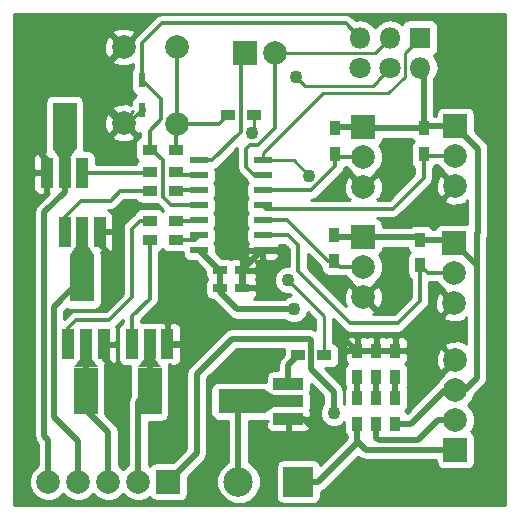
<source format=gbl>
G04 #@! TF.FileFunction,Copper,L2,Bot,Signal*
%FSLAX46Y46*%
G04 Gerber Fmt 4.6, Leading zero omitted, Abs format (unit mm)*
G04 Created by KiCad (PCBNEW 4.0.4+dfsg1-stable) date Sun Feb  5 16:49:06 2017*
%MOMM*%
%LPD*%
G01*
G04 APERTURE LIST*
%ADD10C,0.100000*%
%ADD11R,1.200000X0.750000*%
%ADD12R,0.600000X1.300000*%
%ADD13R,0.900000X1.200000*%
%ADD14R,1.500000X0.600000*%
%ADD15R,2.000000X2.000000*%
%ADD16C,2.000000*%
%ADD17R,1.800000X1.800000*%
%ADD18O,1.800000X1.800000*%
%ADD19C,1.800000*%
%ADD20R,2.500000X2.500000*%
%ADD21C,2.500000*%
%ADD22R,1.000760X2.501900*%
%ADD23R,1.998980X4.000500*%
%ADD24R,2.501900X1.000760*%
%ADD25R,4.000500X1.998980*%
%ADD26R,1.200000X0.900000*%
%ADD27C,1.100000*%
%ADD28C,0.500000*%
%ADD29C,0.250000*%
%ADD30C,0.300000*%
%ADD31C,0.254000*%
G04 APERTURE END LIST*
D10*
D11*
X18150000Y19100000D03*
X20050000Y19100000D03*
X18150000Y20600000D03*
X20050000Y20600000D03*
D12*
X11600000Y34200000D03*
X11600000Y36700000D03*
D13*
X33000000Y13800000D03*
X33000000Y11600000D03*
X31400000Y13800000D03*
X31400000Y11600000D03*
X29800000Y13800000D03*
X29800000Y11600000D03*
D14*
X16400000Y22290000D03*
X16400000Y23560000D03*
X16400000Y24830000D03*
X16400000Y26100000D03*
X16400000Y27370000D03*
X16400000Y28640000D03*
X16400000Y29910000D03*
X21800000Y29910000D03*
X21800000Y28640000D03*
X21800000Y27370000D03*
X21800000Y26100000D03*
X21800000Y24830000D03*
X21800000Y23560000D03*
X21800000Y22290000D03*
D15*
X20300000Y39000000D03*
D16*
X22840000Y39000000D03*
D17*
X35100000Y40300000D03*
D18*
X35100000Y37760000D03*
X32560000Y40300000D03*
D19*
X32560000Y37760000D03*
D18*
X30020000Y40300000D03*
D19*
X30020000Y37760000D03*
D15*
X30300000Y23400000D03*
D16*
X30300000Y20860000D03*
X30300000Y18320000D03*
D15*
X38000000Y22900000D03*
D16*
X38000000Y20360000D03*
X38000000Y17820000D03*
D15*
X30300000Y32700000D03*
D16*
X30300000Y30160000D03*
X30300000Y27620000D03*
D15*
X38100000Y32800000D03*
D16*
X38100000Y30260000D03*
X38100000Y27720000D03*
D20*
X24800000Y2700000D03*
D21*
X19720000Y2700000D03*
D15*
X13800000Y2700000D03*
D16*
X11260000Y2700000D03*
X8720000Y2700000D03*
X6180000Y2700000D03*
X3640000Y2700000D03*
D22*
X10698860Y14352040D03*
X12200000Y14352040D03*
X13701140Y14352040D03*
D23*
X12200000Y10399800D03*
D10*
G36*
X12700380Y13123950D02*
X13200760Y12374650D01*
X11199240Y12374650D01*
X11699620Y13123950D01*
X12700380Y13123950D01*
X12700380Y13123950D01*
G37*
D24*
X23952040Y11001140D03*
X23952040Y9500000D03*
X23952040Y7998860D03*
D25*
X19999800Y9500000D03*
D10*
G36*
X22723950Y8999620D02*
X21974650Y8499240D01*
X21974650Y10500760D01*
X22723950Y10000380D01*
X22723950Y8999620D01*
X22723950Y8999620D01*
G37*
D22*
X5298860Y14352040D03*
X6800000Y14352040D03*
X8301140Y14352040D03*
D23*
X6800000Y10399800D03*
D10*
G36*
X7300380Y13123950D02*
X7800760Y12374650D01*
X5799240Y12374650D01*
X6299620Y13123950D01*
X7300380Y13123950D01*
X7300380Y13123950D01*
G37*
D22*
X4998860Y23852040D03*
X6500000Y23852040D03*
X8001140Y23852040D03*
D23*
X6500000Y19899800D03*
D10*
G36*
X7000380Y22623950D02*
X7500760Y21874650D01*
X5499240Y21874650D01*
X5999620Y22623950D01*
X7000380Y22623950D01*
X7000380Y22623950D01*
G37*
D22*
X6501140Y28847960D03*
X5000000Y28847960D03*
X3498860Y28847960D03*
D23*
X5000000Y32800200D03*
D10*
G36*
X4499620Y30076050D02*
X3999240Y30825350D01*
X6000760Y30825350D01*
X5500380Y30076050D01*
X4499620Y30076050D01*
X4499620Y30076050D01*
G37*
D13*
X33000000Y7600000D03*
X33000000Y9800000D03*
X31400000Y7600000D03*
X31400000Y9800000D03*
X29800000Y7600000D03*
X29800000Y9800000D03*
D26*
X14400000Y30800000D03*
X12200000Y30800000D03*
X18800000Y33700000D03*
X21000000Y33700000D03*
D13*
X27800000Y21400000D03*
X27800000Y23600000D03*
X35100000Y21000000D03*
X35100000Y23200000D03*
X27900000Y30400000D03*
X27900000Y32600000D03*
X35400000Y30400000D03*
X35400000Y32600000D03*
D26*
X12200000Y23200000D03*
X14400000Y23200000D03*
X24800000Y13400000D03*
X27000000Y13400000D03*
X12200000Y24800000D03*
X14400000Y24800000D03*
X12200000Y27300000D03*
X14400000Y27300000D03*
X12200000Y28900000D03*
X14400000Y28900000D03*
D15*
X38100000Y5400000D03*
D16*
X38100000Y7940000D03*
X38100000Y10480000D03*
X38100000Y13020000D03*
X14497900Y32998800D03*
X14497900Y39501200D03*
X10002100Y33075000D03*
X10002100Y39501200D03*
D27*
X24400000Y17300000D03*
X20900000Y32200000D03*
X15500000Y14400000D03*
X9300000Y10800000D03*
X9300000Y21500000D03*
X6500000Y36200000D03*
X23600000Y22200000D03*
X28400000Y15100000D03*
X26200000Y7100000D03*
X24600000Y37000000D03*
X25700000Y28600000D03*
X23900000Y19800000D03*
X27800000Y8500000D03*
D28*
X18150000Y19100000D02*
X18150000Y18750000D01*
X18150000Y18750000D02*
X19600000Y17300000D01*
X19600000Y17300000D02*
X24400000Y17300000D01*
X30300000Y23400000D02*
X28000000Y23400000D01*
X28000000Y23400000D02*
X27800000Y23600000D01*
D29*
X21000000Y32300000D02*
X21000000Y33700000D01*
X20900000Y32200000D02*
X21000000Y32300000D01*
D28*
X35400000Y32600000D02*
X35400000Y37460000D01*
X35400000Y37460000D02*
X35100000Y37760000D01*
D30*
X35400000Y37460000D02*
X35100000Y37760000D01*
D28*
X18150000Y20600000D02*
X18090000Y20600000D01*
X18090000Y20600000D02*
X16400000Y22290000D01*
X18150000Y19100000D02*
X18150000Y20600000D01*
X30300000Y32700000D02*
X28000000Y32700000D01*
X28000000Y32700000D02*
X27900000Y32600000D01*
X35400000Y32600000D02*
X30400000Y32600000D01*
X30400000Y32600000D02*
X30300000Y32700000D01*
X38100000Y32800000D02*
X35600000Y32800000D01*
X35600000Y32800000D02*
X35400000Y32600000D01*
X39900000Y21000000D02*
X39900000Y23700000D01*
X40000000Y30900000D02*
X38100000Y32800000D01*
X40000000Y23800000D02*
X40000000Y30900000D01*
X39900000Y23700000D02*
X40000000Y23800000D01*
X28000000Y23400000D02*
X27800000Y23600000D01*
X35100000Y23200000D02*
X37700000Y23200000D01*
X37700000Y23200000D02*
X38000000Y22900000D01*
X30300000Y23400000D02*
X34900000Y23400000D01*
X34900000Y23400000D02*
X35100000Y23200000D01*
X38100000Y10480000D02*
X38880000Y10480000D01*
X38880000Y10480000D02*
X39900000Y11500000D01*
X39900000Y21000000D02*
X38000000Y22900000D01*
X39900000Y11500000D02*
X39900000Y21000000D01*
X38100000Y10480000D02*
X37180000Y10480000D01*
X37180000Y10480000D02*
X34300000Y7600000D01*
X34300000Y7600000D02*
X33000000Y7600000D01*
D30*
X6500000Y36200000D02*
X6700900Y36200000D01*
X6700900Y36200000D02*
X10002100Y39501200D01*
X10002100Y33075000D02*
X9625000Y33075000D01*
X9625000Y33075000D02*
X6500000Y36200000D01*
X10002100Y33075000D02*
X10475000Y33075000D01*
X10475000Y33075000D02*
X11600000Y34200000D01*
X10002100Y39425000D02*
X9725000Y39425000D01*
X10002100Y32998800D02*
X9701200Y32998800D01*
D28*
X13701140Y14352040D02*
X15452040Y14352040D01*
X15452040Y14352040D02*
X15500000Y14400000D01*
X8301140Y14352040D02*
X8301140Y13198860D01*
X8301140Y13198860D02*
X9300000Y12200000D01*
X9300000Y12200000D02*
X9300000Y10800000D01*
X8001140Y23852040D02*
X8001140Y22798860D01*
X8001140Y22798860D02*
X9300000Y21500000D01*
X4450000Y36550000D02*
X6150000Y36550000D01*
X6150000Y36550000D02*
X6500000Y36200000D01*
X3498860Y28847960D02*
X3498860Y29901140D01*
X3498860Y29901140D02*
X3000000Y30400000D01*
X3000000Y30400000D02*
X3000000Y35100000D01*
X3000000Y35100000D02*
X4450000Y36550000D01*
X21800000Y22290000D02*
X23510000Y22290000D01*
X23510000Y22290000D02*
X23600000Y22200000D01*
X20050000Y20600000D02*
X20050000Y19100000D01*
X21800000Y22290000D02*
X21740000Y22290000D01*
X21740000Y22290000D02*
X20050000Y20600000D01*
X29800000Y13800000D02*
X29700000Y13800000D01*
X29700000Y13800000D02*
X28400000Y15100000D01*
X31400000Y13800000D02*
X33000000Y13800000D01*
X29800000Y13800000D02*
X31400000Y13800000D01*
X23952040Y7998860D02*
X25301140Y7998860D01*
X25301140Y7998860D02*
X26200000Y7100000D01*
D30*
X11600000Y38100000D02*
X11600000Y39850000D01*
X11600000Y36700000D02*
X11600000Y38100000D01*
X28820000Y41500000D02*
X30020000Y40300000D01*
X13250000Y41500000D02*
X28820000Y41500000D01*
X11600000Y39850000D02*
X13250000Y41500000D01*
X29620000Y40700000D02*
X30020000Y40300000D01*
X12200000Y30800000D02*
X12200000Y32400000D01*
X13200000Y35100000D02*
X11600000Y36700000D01*
X13200000Y33400000D02*
X13200000Y35100000D01*
X12200000Y32400000D02*
X13200000Y33400000D01*
X16400000Y26100000D02*
X14000000Y26100000D01*
X13300000Y29900000D02*
X12400000Y30800000D01*
X13300000Y26800000D02*
X13300000Y29900000D01*
X14000000Y26100000D02*
X13300000Y26800000D01*
X12400000Y30800000D02*
X12200000Y30800000D01*
D28*
X33000000Y9800000D02*
X33000000Y11600000D01*
X31400000Y9800000D02*
X31400000Y11600000D01*
X29800000Y9800000D02*
X29800000Y11600000D01*
D30*
X14400000Y24800000D02*
X16370000Y24800000D01*
X16370000Y24800000D02*
X16400000Y24830000D01*
X16400000Y27370000D02*
X14470000Y27370000D01*
X14470000Y27370000D02*
X14400000Y27300000D01*
X16400000Y28640000D02*
X14660000Y28640000D01*
X14660000Y28640000D02*
X14400000Y28900000D01*
X14400000Y23200000D02*
X16040000Y23200000D01*
X16040000Y23200000D02*
X16400000Y23560000D01*
D29*
X32560000Y37760000D02*
X31500000Y36700000D01*
X25400000Y36200000D02*
X24600000Y37000000D01*
X31100000Y36200000D02*
X25400000Y36200000D01*
X31500000Y36600000D02*
X31100000Y36200000D01*
X31500000Y36700000D02*
X31500000Y36600000D01*
D30*
X16400000Y29910000D02*
X17510000Y29910000D01*
X19900000Y32300000D02*
X19900000Y38600000D01*
X17510000Y29910000D02*
X19900000Y32300000D01*
X19900000Y38600000D02*
X20300000Y39000000D01*
D29*
X27000000Y13400000D02*
X27000000Y16700000D01*
X24390000Y29910000D02*
X21800000Y29910000D01*
X25700000Y28600000D02*
X24390000Y29910000D01*
X27000000Y16700000D02*
X23900000Y19800000D01*
X21800000Y29910000D02*
X21800000Y30500000D01*
X33800000Y39000000D02*
X35100000Y40300000D01*
X33800000Y37000000D02*
X33800000Y39000000D01*
X32400000Y35600000D02*
X33800000Y37000000D01*
X26900000Y35600000D02*
X32400000Y35600000D01*
X21800000Y30500000D02*
X26900000Y35600000D01*
X32560000Y40300000D02*
X32560000Y40260000D01*
X32560000Y40260000D02*
X31300000Y39000000D01*
X31300000Y39000000D02*
X22840000Y39000000D01*
D30*
X22840000Y39000000D02*
X22840000Y32640000D01*
X20400000Y29300000D02*
X21060000Y28640000D01*
X20400000Y30900000D02*
X20400000Y29300000D01*
X20700000Y31200000D02*
X20400000Y30900000D01*
X21400000Y31200000D02*
X20700000Y31200000D01*
X22840000Y32640000D02*
X21400000Y31200000D01*
X21060000Y28640000D02*
X21800000Y28640000D01*
X27900000Y30400000D02*
X27900000Y29400000D01*
X25870000Y27370000D02*
X21800000Y27370000D01*
X27900000Y29400000D02*
X25870000Y27370000D01*
X30300000Y30160000D02*
X28140000Y30160000D01*
X28140000Y30160000D02*
X27900000Y30400000D01*
X35400000Y30400000D02*
X35400000Y28400000D01*
X32800000Y25800000D02*
X22100000Y25800000D01*
X35400000Y28400000D02*
X32800000Y25800000D01*
X22100000Y25800000D02*
X21800000Y26100000D01*
X38100000Y30260000D02*
X35540000Y30260000D01*
X35540000Y30260000D02*
X35400000Y30400000D01*
X27800000Y21400000D02*
X27300000Y21400000D01*
X23870000Y24830000D02*
X21800000Y24830000D01*
X27300000Y21400000D02*
X23870000Y24830000D01*
X30300000Y20860000D02*
X28340000Y20860000D01*
X28340000Y20860000D02*
X27800000Y21400000D01*
X35100000Y21000000D02*
X35100000Y18000000D01*
X23940000Y23560000D02*
X21800000Y23560000D01*
X24800000Y22700000D02*
X23940000Y23560000D01*
X24800000Y20500000D02*
X24800000Y22700000D01*
X29200000Y16100000D02*
X24800000Y20500000D01*
X33200000Y16100000D02*
X29200000Y16100000D01*
X35100000Y18000000D02*
X33200000Y16100000D01*
X38000000Y20360000D02*
X35740000Y20360000D01*
X35740000Y20360000D02*
X35100000Y21000000D01*
D28*
X24800000Y2700000D02*
X26500000Y2700000D01*
X29800000Y6000000D02*
X29800000Y6100000D01*
X26500000Y2700000D02*
X29800000Y6000000D01*
X38100000Y5400000D02*
X30500000Y5400000D01*
X29800000Y6100000D02*
X29800000Y7600000D01*
X30500000Y5400000D02*
X29800000Y6100000D01*
X22349300Y9500000D02*
X19999800Y9500000D01*
X23952040Y9500000D02*
X22349300Y9500000D01*
X19720000Y2700000D02*
X19720000Y9220200D01*
X19720000Y9220200D02*
X19999800Y9500000D01*
X27800000Y8500000D02*
X27800000Y10300000D01*
X16200000Y5100000D02*
X13800000Y2700000D01*
X16200000Y11800000D02*
X16200000Y5100000D01*
X19200000Y14800000D02*
X16200000Y11800000D01*
X25800000Y14800000D02*
X19200000Y14800000D01*
X25900000Y14700000D02*
X25800000Y14800000D01*
X25900000Y12200000D02*
X25900000Y14700000D01*
X27800000Y10300000D02*
X25900000Y12200000D01*
X38100000Y7940000D02*
X36640000Y7940000D01*
X31400000Y6400000D02*
X31400000Y7600000D01*
X31600000Y6200000D02*
X31400000Y6400000D01*
X34900000Y6200000D02*
X31600000Y6200000D01*
X36640000Y7940000D02*
X34900000Y6200000D01*
X12200000Y12749300D02*
X12200000Y14352040D01*
X12200000Y10399800D02*
X12200000Y12749300D01*
X11260000Y2700000D02*
X11260000Y9459800D01*
X11260000Y9459800D02*
X12200000Y10399800D01*
X6800000Y12749300D02*
X6800000Y14352040D01*
X6800000Y12749300D02*
X6800000Y10399800D01*
X8720000Y2700000D02*
X8720000Y6880000D01*
X8720000Y6880000D02*
X6800000Y8800000D01*
X6800000Y8800000D02*
X6800000Y10399800D01*
X6500000Y22249300D02*
X6500000Y23852040D01*
X6500000Y19899800D02*
X6500000Y22249300D01*
X6180000Y2700000D02*
X6180000Y6120000D01*
X4100000Y17499800D02*
X6500000Y19899800D01*
X4100000Y8200000D02*
X4100000Y17499800D01*
X6180000Y6120000D02*
X4100000Y8200000D01*
X5000000Y30450700D02*
X5000000Y32800200D01*
X5000000Y28847960D02*
X5000000Y30450700D01*
X3300000Y6600000D02*
X3300000Y25500000D01*
X5000000Y27200000D02*
X5000000Y28847960D01*
X3300000Y25500000D02*
X5000000Y27200000D01*
X5000000Y31949300D02*
X5000000Y33552040D01*
X5000000Y29599800D02*
X5000000Y31949300D01*
X3640000Y2700000D02*
X3640000Y6260000D01*
X3640000Y6260000D02*
X3300000Y6600000D01*
X3300000Y6600000D02*
X3300000Y6600000D01*
D30*
X10698860Y14352040D02*
X10698860Y16698860D01*
X12200000Y18200000D02*
X12200000Y23200000D01*
X10698860Y16698860D02*
X12200000Y18200000D01*
D28*
X23952040Y11001140D02*
X23952040Y12552040D01*
X23952040Y12552040D02*
X24800000Y13400000D01*
D30*
X5298860Y14352040D02*
X5298860Y15698860D01*
X11400000Y24800000D02*
X12200000Y24800000D01*
X10700000Y24100000D02*
X11400000Y24800000D01*
X10700000Y18300000D02*
X10700000Y24100000D01*
X8800000Y16400000D02*
X10700000Y18300000D01*
X6000000Y16400000D02*
X8800000Y16400000D01*
X5298860Y15698860D02*
X6000000Y16400000D01*
X12200000Y27300000D02*
X9700000Y27300000D01*
X6400000Y26500000D02*
X4998860Y25098860D01*
X8900000Y26500000D02*
X6400000Y26500000D01*
X9700000Y27300000D02*
X8900000Y26500000D01*
X4998860Y25098860D02*
X4998860Y23852040D01*
X6501140Y28847960D02*
X12147960Y28847960D01*
X12147960Y28847960D02*
X12200000Y28900000D01*
X14497900Y32998800D02*
X14497900Y39501200D01*
X14497900Y32998800D02*
X18098800Y32998800D01*
X18098800Y32998800D02*
X18800000Y33700000D01*
X14400000Y30800000D02*
X14400000Y32900900D01*
X14400000Y32900900D02*
X14497900Y32998800D01*
X18652100Y33552100D02*
X18800000Y33700000D01*
D31*
G36*
X42290000Y710000D02*
X710000Y710000D01*
X710000Y2376205D01*
X2004716Y2376205D01*
X2253106Y1775057D01*
X2712637Y1314722D01*
X3313352Y1065284D01*
X3963795Y1064716D01*
X4564943Y1313106D01*
X4910199Y1657759D01*
X5252637Y1314722D01*
X5853352Y1065284D01*
X6503795Y1064716D01*
X7104943Y1313106D01*
X7450199Y1657759D01*
X7792637Y1314722D01*
X8393352Y1065284D01*
X9043795Y1064716D01*
X9644943Y1313106D01*
X9990199Y1657759D01*
X10332637Y1314722D01*
X10933352Y1065284D01*
X11583795Y1064716D01*
X12184943Y1313106D01*
X12251574Y1379621D01*
X12335910Y1248559D01*
X12548110Y1103569D01*
X12800000Y1052560D01*
X14800000Y1052560D01*
X15035317Y1096838D01*
X15251441Y1235910D01*
X15396431Y1448110D01*
X15447440Y1700000D01*
X15447440Y3095860D01*
X16825787Y4474208D01*
X16825790Y4474210D01*
X17017633Y4761325D01*
X17017634Y4761326D01*
X17085001Y5100000D01*
X17085000Y5100005D01*
X17085000Y11433420D01*
X19566579Y13915000D01*
X23565723Y13915000D01*
X23552560Y13850000D01*
X23552560Y13404140D01*
X23326250Y13177830D01*
X23134407Y12890715D01*
X23134407Y12890714D01*
X23067039Y12552040D01*
X23067040Y12552035D01*
X23067040Y12148960D01*
X22701090Y12148960D01*
X22465773Y12104682D01*
X22249649Y11965610D01*
X22104659Y11753410D01*
X22053650Y11501520D01*
X22053650Y11136076D01*
X22000050Y11146930D01*
X21995750Y11146930D01*
X21992537Y11147953D01*
X21986654Y11146930D01*
X17999550Y11146930D01*
X17764233Y11102652D01*
X17548109Y10963580D01*
X17403119Y10751380D01*
X17352110Y10499490D01*
X17352110Y8500510D01*
X17396388Y8265193D01*
X17535460Y8049069D01*
X17747660Y7904079D01*
X17999550Y7853070D01*
X18835000Y7853070D01*
X18835000Y4373898D01*
X18653628Y4298957D01*
X18122907Y3769161D01*
X17835328Y3076595D01*
X17834674Y2326695D01*
X18121043Y1633628D01*
X18650839Y1102907D01*
X19343405Y815328D01*
X20093305Y814674D01*
X20786372Y1101043D01*
X21317093Y1630839D01*
X21604672Y2323405D01*
X21605326Y3073305D01*
X21318957Y3766372D01*
X20789161Y4297093D01*
X20605000Y4373563D01*
X20605000Y7853070D01*
X22000050Y7853070D01*
X22056919Y7863771D01*
X22096402Y7863351D01*
X22117157Y7871858D01*
X22224838Y7871858D01*
X22066090Y7713110D01*
X22066090Y7372171D01*
X22162763Y7138782D01*
X22341391Y6960153D01*
X22574780Y6863480D01*
X23666290Y6863480D01*
X23825040Y7022230D01*
X23825040Y7871860D01*
X24079040Y7871860D01*
X24079040Y7022230D01*
X24237790Y6863480D01*
X25329300Y6863480D01*
X25562689Y6960153D01*
X25741317Y7138782D01*
X25837990Y7372171D01*
X25837990Y7713110D01*
X25679240Y7871860D01*
X24079040Y7871860D01*
X23825040Y7871860D01*
X23805040Y7871860D01*
X23805040Y8125860D01*
X23825040Y8125860D01*
X23825040Y8145860D01*
X24079040Y8145860D01*
X24079040Y8125860D01*
X25679240Y8125860D01*
X25837990Y8284610D01*
X25837990Y8625549D01*
X25791925Y8736759D01*
X25799421Y8747730D01*
X25850430Y8999620D01*
X25850430Y10000380D01*
X25806152Y10235697D01*
X25798522Y10247554D01*
X25799421Y10248870D01*
X25850430Y10500760D01*
X25850430Y10997990D01*
X26915000Y9933421D01*
X26915000Y9290926D01*
X26795991Y9172125D01*
X26615206Y8736745D01*
X26614794Y8265323D01*
X26794820Y7829628D01*
X27127875Y7495991D01*
X27563255Y7315206D01*
X28034677Y7314794D01*
X28470372Y7494820D01*
X28702560Y7726603D01*
X28702560Y7000000D01*
X28746838Y6764683D01*
X28885910Y6548559D01*
X28915000Y6528683D01*
X28915000Y6366579D01*
X26665922Y4117502D01*
X26653162Y4185317D01*
X26514090Y4401441D01*
X26301890Y4546431D01*
X26050000Y4597440D01*
X23550000Y4597440D01*
X23314683Y4553162D01*
X23098559Y4414090D01*
X22953569Y4201890D01*
X22902560Y3950000D01*
X22902560Y1450000D01*
X22946838Y1214683D01*
X23085910Y998559D01*
X23298110Y853569D01*
X23550000Y802560D01*
X26050000Y802560D01*
X26285317Y846838D01*
X26501441Y985910D01*
X26646431Y1198110D01*
X26697440Y1450000D01*
X26697440Y1854273D01*
X26782484Y1871190D01*
X26838675Y1882367D01*
X27125790Y2074210D01*
X29850000Y4798421D01*
X29874208Y4774213D01*
X29874210Y4774210D01*
X30161325Y4582367D01*
X30500000Y4515000D01*
X36452560Y4515000D01*
X36452560Y4400000D01*
X36496838Y4164683D01*
X36635910Y3948559D01*
X36848110Y3803569D01*
X37100000Y3752560D01*
X39100000Y3752560D01*
X39335317Y3796838D01*
X39551441Y3935910D01*
X39696431Y4148110D01*
X39747440Y4400000D01*
X39747440Y6400000D01*
X39703162Y6635317D01*
X39564090Y6851441D01*
X39421439Y6948910D01*
X39485278Y7012637D01*
X39734716Y7613352D01*
X39735284Y8263795D01*
X39486894Y8864943D01*
X39142241Y9210199D01*
X39485278Y9552637D01*
X39684857Y10033277D01*
X40525787Y10874208D01*
X40525790Y10874210D01*
X40717633Y11161325D01*
X40742194Y11284801D01*
X40785001Y11500000D01*
X40785000Y11500005D01*
X40785000Y20999995D01*
X40785001Y21000000D01*
X40785000Y21000005D01*
X40785000Y23412486D01*
X40817633Y23461325D01*
X40885000Y23800000D01*
X40885000Y30899995D01*
X40885001Y30900000D01*
X40817633Y31238674D01*
X40817633Y31238675D01*
X40625790Y31525790D01*
X40625787Y31525792D01*
X39747440Y32404139D01*
X39747440Y33800000D01*
X39703162Y34035317D01*
X39564090Y34251441D01*
X39351890Y34396431D01*
X39100000Y34447440D01*
X37100000Y34447440D01*
X36864683Y34403162D01*
X36648559Y34264090D01*
X36503569Y34051890D01*
X36452560Y33800000D01*
X36452560Y33685000D01*
X36285000Y33685000D01*
X36285000Y36778634D01*
X36548227Y37172581D01*
X36665072Y37760000D01*
X36548227Y38347419D01*
X36244141Y38802516D01*
X36451441Y38935910D01*
X36596431Y39148110D01*
X36647440Y39400000D01*
X36647440Y41200000D01*
X36603162Y41435317D01*
X36464090Y41651441D01*
X36251890Y41796431D01*
X36000000Y41847440D01*
X34200000Y41847440D01*
X33964683Y41803162D01*
X33748559Y41664090D01*
X33603569Y41451890D01*
X33600281Y41435656D01*
X33177491Y41718155D01*
X32590072Y41835000D01*
X32529928Y41835000D01*
X31942509Y41718155D01*
X31444519Y41385409D01*
X31290000Y41154155D01*
X31135481Y41385409D01*
X30637491Y41718155D01*
X30050072Y41835000D01*
X29989928Y41835000D01*
X29660655Y41769503D01*
X29375079Y42055079D01*
X29120407Y42225245D01*
X28820000Y42285000D01*
X13250000Y42285000D01*
X12949593Y42225245D01*
X12694921Y42055079D01*
X11044921Y40405079D01*
X10963040Y40282535D01*
X10181705Y39501200D01*
X10195848Y39487057D01*
X10016243Y39307452D01*
X10002100Y39321595D01*
X9029173Y38348668D01*
X9127836Y38081813D01*
X9737561Y37855292D01*
X10387560Y37879344D01*
X10815000Y38056395D01*
X10815000Y37764975D01*
X10703569Y37601890D01*
X10652560Y37350000D01*
X10652560Y36050000D01*
X10696838Y35814683D01*
X10835910Y35598559D01*
X11048110Y35453569D01*
X11081490Y35446809D01*
X10940301Y35388327D01*
X10761673Y35209698D01*
X10665000Y34976309D01*
X10665000Y34572912D01*
X10266639Y34720908D01*
X9616640Y34696856D01*
X9127836Y34494387D01*
X9029173Y34227532D01*
X10002100Y33254605D01*
X10820493Y34072998D01*
X10823748Y34072998D01*
X10665000Y33914250D01*
X10665000Y33558295D01*
X10181705Y33075000D01*
X11154632Y32102073D01*
X11415000Y32198338D01*
X11415000Y31862630D01*
X11364683Y31853162D01*
X11148559Y31714090D01*
X11003569Y31501890D01*
X10952560Y31250000D01*
X10952560Y30350000D01*
X10996838Y30114683D01*
X11135910Y29898559D01*
X11205711Y29850866D01*
X11148559Y29814090D01*
X11024798Y29632960D01*
X7648960Y29632960D01*
X7648960Y30098910D01*
X7604682Y30334227D01*
X7465610Y30550351D01*
X7253410Y30695341D01*
X7001520Y30746350D01*
X6636076Y30746350D01*
X6646930Y30799950D01*
X6646930Y30804250D01*
X6647953Y30807463D01*
X6646930Y30813346D01*
X6646930Y31922468D01*
X9029173Y31922468D01*
X9127836Y31655613D01*
X9737561Y31429092D01*
X10387560Y31453144D01*
X10876364Y31655613D01*
X10975027Y31922468D01*
X10002100Y32895395D01*
X9029173Y31922468D01*
X6646930Y31922468D01*
X6646930Y33339539D01*
X8356192Y33339539D01*
X8380244Y32689540D01*
X8582713Y32200736D01*
X8849568Y32102073D01*
X9822495Y33075000D01*
X8849568Y34047927D01*
X8582713Y33949264D01*
X8356192Y33339539D01*
X6646930Y33339539D01*
X6646930Y34800450D01*
X6602652Y35035767D01*
X6463580Y35251891D01*
X6251380Y35396881D01*
X5999490Y35447890D01*
X4000510Y35447890D01*
X3765193Y35403612D01*
X3549069Y35264540D01*
X3404079Y35052340D01*
X3353070Y34800450D01*
X3353070Y30799950D01*
X3363771Y30743081D01*
X3363351Y30703598D01*
X3371858Y30682843D01*
X3371858Y30575162D01*
X3213110Y30733910D01*
X2872171Y30733910D01*
X2638782Y30637237D01*
X2460153Y30458609D01*
X2363480Y30225220D01*
X2363480Y29133710D01*
X2522230Y28974960D01*
X3371860Y28974960D01*
X3371860Y28994960D01*
X3625860Y28994960D01*
X3625860Y28974960D01*
X3645860Y28974960D01*
X3645860Y28720960D01*
X3625860Y28720960D01*
X3625860Y27120760D01*
X3647520Y27099100D01*
X2674210Y26125790D01*
X2482367Y25838675D01*
X2482367Y25838674D01*
X2414999Y25500000D01*
X2415000Y25499995D01*
X2415000Y6600005D01*
X2414999Y6600000D01*
X2464219Y6352560D01*
X2482367Y6261325D01*
X2615306Y6062367D01*
X2674210Y5974210D01*
X2755000Y5893420D01*
X2755000Y4103398D01*
X2715057Y4086894D01*
X2254722Y3627363D01*
X2005284Y3026648D01*
X2004716Y2376205D01*
X710000Y2376205D01*
X710000Y28562210D01*
X2363480Y28562210D01*
X2363480Y27470700D01*
X2460153Y27237311D01*
X2638782Y27058683D01*
X2872171Y26962010D01*
X3213110Y26962010D01*
X3371860Y27120760D01*
X3371860Y28720960D01*
X2522230Y28720960D01*
X2363480Y28562210D01*
X710000Y28562210D01*
X710000Y39765739D01*
X8356192Y39765739D01*
X8380244Y39115740D01*
X8582713Y38626936D01*
X8849568Y38528273D01*
X9822495Y39501200D01*
X8849568Y40474127D01*
X8582713Y40375464D01*
X8356192Y39765739D01*
X710000Y39765739D01*
X710000Y40653732D01*
X9029173Y40653732D01*
X10002100Y39680805D01*
X10975027Y40653732D01*
X10876364Y40920587D01*
X10266639Y41147108D01*
X9616640Y41123056D01*
X9127836Y40920587D01*
X9029173Y40653732D01*
X710000Y40653732D01*
X710000Y42290000D01*
X42290000Y42290000D01*
X42290000Y710000D01*
X42290000Y710000D01*
G37*
X42290000Y710000D02*
X710000Y710000D01*
X710000Y2376205D01*
X2004716Y2376205D01*
X2253106Y1775057D01*
X2712637Y1314722D01*
X3313352Y1065284D01*
X3963795Y1064716D01*
X4564943Y1313106D01*
X4910199Y1657759D01*
X5252637Y1314722D01*
X5853352Y1065284D01*
X6503795Y1064716D01*
X7104943Y1313106D01*
X7450199Y1657759D01*
X7792637Y1314722D01*
X8393352Y1065284D01*
X9043795Y1064716D01*
X9644943Y1313106D01*
X9990199Y1657759D01*
X10332637Y1314722D01*
X10933352Y1065284D01*
X11583795Y1064716D01*
X12184943Y1313106D01*
X12251574Y1379621D01*
X12335910Y1248559D01*
X12548110Y1103569D01*
X12800000Y1052560D01*
X14800000Y1052560D01*
X15035317Y1096838D01*
X15251441Y1235910D01*
X15396431Y1448110D01*
X15447440Y1700000D01*
X15447440Y3095860D01*
X16825787Y4474208D01*
X16825790Y4474210D01*
X17017633Y4761325D01*
X17017634Y4761326D01*
X17085001Y5100000D01*
X17085000Y5100005D01*
X17085000Y11433420D01*
X19566579Y13915000D01*
X23565723Y13915000D01*
X23552560Y13850000D01*
X23552560Y13404140D01*
X23326250Y13177830D01*
X23134407Y12890715D01*
X23134407Y12890714D01*
X23067039Y12552040D01*
X23067040Y12552035D01*
X23067040Y12148960D01*
X22701090Y12148960D01*
X22465773Y12104682D01*
X22249649Y11965610D01*
X22104659Y11753410D01*
X22053650Y11501520D01*
X22053650Y11136076D01*
X22000050Y11146930D01*
X21995750Y11146930D01*
X21992537Y11147953D01*
X21986654Y11146930D01*
X17999550Y11146930D01*
X17764233Y11102652D01*
X17548109Y10963580D01*
X17403119Y10751380D01*
X17352110Y10499490D01*
X17352110Y8500510D01*
X17396388Y8265193D01*
X17535460Y8049069D01*
X17747660Y7904079D01*
X17999550Y7853070D01*
X18835000Y7853070D01*
X18835000Y4373898D01*
X18653628Y4298957D01*
X18122907Y3769161D01*
X17835328Y3076595D01*
X17834674Y2326695D01*
X18121043Y1633628D01*
X18650839Y1102907D01*
X19343405Y815328D01*
X20093305Y814674D01*
X20786372Y1101043D01*
X21317093Y1630839D01*
X21604672Y2323405D01*
X21605326Y3073305D01*
X21318957Y3766372D01*
X20789161Y4297093D01*
X20605000Y4373563D01*
X20605000Y7853070D01*
X22000050Y7853070D01*
X22056919Y7863771D01*
X22096402Y7863351D01*
X22117157Y7871858D01*
X22224838Y7871858D01*
X22066090Y7713110D01*
X22066090Y7372171D01*
X22162763Y7138782D01*
X22341391Y6960153D01*
X22574780Y6863480D01*
X23666290Y6863480D01*
X23825040Y7022230D01*
X23825040Y7871860D01*
X24079040Y7871860D01*
X24079040Y7022230D01*
X24237790Y6863480D01*
X25329300Y6863480D01*
X25562689Y6960153D01*
X25741317Y7138782D01*
X25837990Y7372171D01*
X25837990Y7713110D01*
X25679240Y7871860D01*
X24079040Y7871860D01*
X23825040Y7871860D01*
X23805040Y7871860D01*
X23805040Y8125860D01*
X23825040Y8125860D01*
X23825040Y8145860D01*
X24079040Y8145860D01*
X24079040Y8125860D01*
X25679240Y8125860D01*
X25837990Y8284610D01*
X25837990Y8625549D01*
X25791925Y8736759D01*
X25799421Y8747730D01*
X25850430Y8999620D01*
X25850430Y10000380D01*
X25806152Y10235697D01*
X25798522Y10247554D01*
X25799421Y10248870D01*
X25850430Y10500760D01*
X25850430Y10997990D01*
X26915000Y9933421D01*
X26915000Y9290926D01*
X26795991Y9172125D01*
X26615206Y8736745D01*
X26614794Y8265323D01*
X26794820Y7829628D01*
X27127875Y7495991D01*
X27563255Y7315206D01*
X28034677Y7314794D01*
X28470372Y7494820D01*
X28702560Y7726603D01*
X28702560Y7000000D01*
X28746838Y6764683D01*
X28885910Y6548559D01*
X28915000Y6528683D01*
X28915000Y6366579D01*
X26665922Y4117502D01*
X26653162Y4185317D01*
X26514090Y4401441D01*
X26301890Y4546431D01*
X26050000Y4597440D01*
X23550000Y4597440D01*
X23314683Y4553162D01*
X23098559Y4414090D01*
X22953569Y4201890D01*
X22902560Y3950000D01*
X22902560Y1450000D01*
X22946838Y1214683D01*
X23085910Y998559D01*
X23298110Y853569D01*
X23550000Y802560D01*
X26050000Y802560D01*
X26285317Y846838D01*
X26501441Y985910D01*
X26646431Y1198110D01*
X26697440Y1450000D01*
X26697440Y1854273D01*
X26782484Y1871190D01*
X26838675Y1882367D01*
X27125790Y2074210D01*
X29850000Y4798421D01*
X29874208Y4774213D01*
X29874210Y4774210D01*
X30161325Y4582367D01*
X30500000Y4515000D01*
X36452560Y4515000D01*
X36452560Y4400000D01*
X36496838Y4164683D01*
X36635910Y3948559D01*
X36848110Y3803569D01*
X37100000Y3752560D01*
X39100000Y3752560D01*
X39335317Y3796838D01*
X39551441Y3935910D01*
X39696431Y4148110D01*
X39747440Y4400000D01*
X39747440Y6400000D01*
X39703162Y6635317D01*
X39564090Y6851441D01*
X39421439Y6948910D01*
X39485278Y7012637D01*
X39734716Y7613352D01*
X39735284Y8263795D01*
X39486894Y8864943D01*
X39142241Y9210199D01*
X39485278Y9552637D01*
X39684857Y10033277D01*
X40525787Y10874208D01*
X40525790Y10874210D01*
X40717633Y11161325D01*
X40742194Y11284801D01*
X40785001Y11500000D01*
X40785000Y11500005D01*
X40785000Y20999995D01*
X40785001Y21000000D01*
X40785000Y21000005D01*
X40785000Y23412486D01*
X40817633Y23461325D01*
X40885000Y23800000D01*
X40885000Y30899995D01*
X40885001Y30900000D01*
X40817633Y31238674D01*
X40817633Y31238675D01*
X40625790Y31525790D01*
X40625787Y31525792D01*
X39747440Y32404139D01*
X39747440Y33800000D01*
X39703162Y34035317D01*
X39564090Y34251441D01*
X39351890Y34396431D01*
X39100000Y34447440D01*
X37100000Y34447440D01*
X36864683Y34403162D01*
X36648559Y34264090D01*
X36503569Y34051890D01*
X36452560Y33800000D01*
X36452560Y33685000D01*
X36285000Y33685000D01*
X36285000Y36778634D01*
X36548227Y37172581D01*
X36665072Y37760000D01*
X36548227Y38347419D01*
X36244141Y38802516D01*
X36451441Y38935910D01*
X36596431Y39148110D01*
X36647440Y39400000D01*
X36647440Y41200000D01*
X36603162Y41435317D01*
X36464090Y41651441D01*
X36251890Y41796431D01*
X36000000Y41847440D01*
X34200000Y41847440D01*
X33964683Y41803162D01*
X33748559Y41664090D01*
X33603569Y41451890D01*
X33600281Y41435656D01*
X33177491Y41718155D01*
X32590072Y41835000D01*
X32529928Y41835000D01*
X31942509Y41718155D01*
X31444519Y41385409D01*
X31290000Y41154155D01*
X31135481Y41385409D01*
X30637491Y41718155D01*
X30050072Y41835000D01*
X29989928Y41835000D01*
X29660655Y41769503D01*
X29375079Y42055079D01*
X29120407Y42225245D01*
X28820000Y42285000D01*
X13250000Y42285000D01*
X12949593Y42225245D01*
X12694921Y42055079D01*
X11044921Y40405079D01*
X10963040Y40282535D01*
X10181705Y39501200D01*
X10195848Y39487057D01*
X10016243Y39307452D01*
X10002100Y39321595D01*
X9029173Y38348668D01*
X9127836Y38081813D01*
X9737561Y37855292D01*
X10387560Y37879344D01*
X10815000Y38056395D01*
X10815000Y37764975D01*
X10703569Y37601890D01*
X10652560Y37350000D01*
X10652560Y36050000D01*
X10696838Y35814683D01*
X10835910Y35598559D01*
X11048110Y35453569D01*
X11081490Y35446809D01*
X10940301Y35388327D01*
X10761673Y35209698D01*
X10665000Y34976309D01*
X10665000Y34572912D01*
X10266639Y34720908D01*
X9616640Y34696856D01*
X9127836Y34494387D01*
X9029173Y34227532D01*
X10002100Y33254605D01*
X10820493Y34072998D01*
X10823748Y34072998D01*
X10665000Y33914250D01*
X10665000Y33558295D01*
X10181705Y33075000D01*
X11154632Y32102073D01*
X11415000Y32198338D01*
X11415000Y31862630D01*
X11364683Y31853162D01*
X11148559Y31714090D01*
X11003569Y31501890D01*
X10952560Y31250000D01*
X10952560Y30350000D01*
X10996838Y30114683D01*
X11135910Y29898559D01*
X11205711Y29850866D01*
X11148559Y29814090D01*
X11024798Y29632960D01*
X7648960Y29632960D01*
X7648960Y30098910D01*
X7604682Y30334227D01*
X7465610Y30550351D01*
X7253410Y30695341D01*
X7001520Y30746350D01*
X6636076Y30746350D01*
X6646930Y30799950D01*
X6646930Y30804250D01*
X6647953Y30807463D01*
X6646930Y30813346D01*
X6646930Y31922468D01*
X9029173Y31922468D01*
X9127836Y31655613D01*
X9737561Y31429092D01*
X10387560Y31453144D01*
X10876364Y31655613D01*
X10975027Y31922468D01*
X10002100Y32895395D01*
X9029173Y31922468D01*
X6646930Y31922468D01*
X6646930Y33339539D01*
X8356192Y33339539D01*
X8380244Y32689540D01*
X8582713Y32200736D01*
X8849568Y32102073D01*
X9822495Y33075000D01*
X8849568Y34047927D01*
X8582713Y33949264D01*
X8356192Y33339539D01*
X6646930Y33339539D01*
X6646930Y34800450D01*
X6602652Y35035767D01*
X6463580Y35251891D01*
X6251380Y35396881D01*
X5999490Y35447890D01*
X4000510Y35447890D01*
X3765193Y35403612D01*
X3549069Y35264540D01*
X3404079Y35052340D01*
X3353070Y34800450D01*
X3353070Y30799950D01*
X3363771Y30743081D01*
X3363351Y30703598D01*
X3371858Y30682843D01*
X3371858Y30575162D01*
X3213110Y30733910D01*
X2872171Y30733910D01*
X2638782Y30637237D01*
X2460153Y30458609D01*
X2363480Y30225220D01*
X2363480Y29133710D01*
X2522230Y28974960D01*
X3371860Y28974960D01*
X3371860Y28994960D01*
X3625860Y28994960D01*
X3625860Y28974960D01*
X3645860Y28974960D01*
X3645860Y28720960D01*
X3625860Y28720960D01*
X3625860Y27120760D01*
X3647520Y27099100D01*
X2674210Y26125790D01*
X2482367Y25838675D01*
X2482367Y25838674D01*
X2414999Y25500000D01*
X2415000Y25499995D01*
X2415000Y6600005D01*
X2414999Y6600000D01*
X2464219Y6352560D01*
X2482367Y6261325D01*
X2615306Y6062367D01*
X2674210Y5974210D01*
X2755000Y5893420D01*
X2755000Y4103398D01*
X2715057Y4086894D01*
X2254722Y3627363D01*
X2005284Y3026648D01*
X2004716Y2376205D01*
X710000Y2376205D01*
X710000Y28562210D01*
X2363480Y28562210D01*
X2363480Y27470700D01*
X2460153Y27237311D01*
X2638782Y27058683D01*
X2872171Y26962010D01*
X3213110Y26962010D01*
X3371860Y27120760D01*
X3371860Y28720960D01*
X2522230Y28720960D01*
X2363480Y28562210D01*
X710000Y28562210D01*
X710000Y39765739D01*
X8356192Y39765739D01*
X8380244Y39115740D01*
X8582713Y38626936D01*
X8849568Y38528273D01*
X9822495Y39501200D01*
X8849568Y40474127D01*
X8582713Y40375464D01*
X8356192Y39765739D01*
X710000Y39765739D01*
X710000Y40653732D01*
X9029173Y40653732D01*
X10002100Y39680805D01*
X10975027Y40653732D01*
X10876364Y40920587D01*
X10266639Y41147108D01*
X9616640Y41123056D01*
X9127836Y40920587D01*
X9029173Y40653732D01*
X710000Y40653732D01*
X710000Y42290000D01*
X42290000Y42290000D01*
X42290000Y710000D01*
G36*
X9913860Y16174426D02*
X9747039Y16067080D01*
X9602049Y15854880D01*
X9551040Y15602990D01*
X9551040Y13101090D01*
X9595318Y12865773D01*
X9734390Y12649649D01*
X9946590Y12504659D01*
X10198480Y12453650D01*
X10563924Y12453650D01*
X10553070Y12400050D01*
X10553070Y12395750D01*
X10552047Y12392537D01*
X10553070Y12386654D01*
X10553070Y9964155D01*
X10442367Y9798475D01*
X10442367Y9798474D01*
X10374999Y9459800D01*
X10375000Y9459795D01*
X10375000Y4103398D01*
X10335057Y4086894D01*
X9989801Y3742241D01*
X9647363Y4085278D01*
X9605000Y4102869D01*
X9605000Y6879995D01*
X9605001Y6880000D01*
X9537633Y7218674D01*
X9537633Y7218675D01*
X9345790Y7505790D01*
X9345787Y7505792D01*
X8446930Y8404649D01*
X8446930Y12400050D01*
X8436229Y12456919D01*
X8436649Y12496402D01*
X8428142Y12517157D01*
X8428142Y12624838D01*
X8586890Y12466090D01*
X8927829Y12466090D01*
X9161218Y12562763D01*
X9339847Y12741391D01*
X9436520Y12974780D01*
X9436520Y14066290D01*
X9277770Y14225040D01*
X8428140Y14225040D01*
X8428140Y14205040D01*
X8174140Y14205040D01*
X8174140Y14225040D01*
X8154140Y14225040D01*
X8154140Y14479040D01*
X8174140Y14479040D01*
X8174140Y14499040D01*
X8428140Y14499040D01*
X8428140Y14479040D01*
X9277770Y14479040D01*
X9436520Y14637790D01*
X9436520Y15729300D01*
X9378802Y15868644D01*
X9913860Y16403702D01*
X9913860Y16174426D01*
X9913860Y16174426D01*
G37*
X9913860Y16174426D02*
X9747039Y16067080D01*
X9602049Y15854880D01*
X9551040Y15602990D01*
X9551040Y13101090D01*
X9595318Y12865773D01*
X9734390Y12649649D01*
X9946590Y12504659D01*
X10198480Y12453650D01*
X10563924Y12453650D01*
X10553070Y12400050D01*
X10553070Y12395750D01*
X10552047Y12392537D01*
X10553070Y12386654D01*
X10553070Y9964155D01*
X10442367Y9798475D01*
X10442367Y9798474D01*
X10374999Y9459800D01*
X10375000Y9459795D01*
X10375000Y4103398D01*
X10335057Y4086894D01*
X9989801Y3742241D01*
X9647363Y4085278D01*
X9605000Y4102869D01*
X9605000Y6879995D01*
X9605001Y6880000D01*
X9537633Y7218674D01*
X9537633Y7218675D01*
X9345790Y7505790D01*
X9345787Y7505792D01*
X8446930Y8404649D01*
X8446930Y12400050D01*
X8436229Y12456919D01*
X8436649Y12496402D01*
X8428142Y12517157D01*
X8428142Y12624838D01*
X8586890Y12466090D01*
X8927829Y12466090D01*
X9161218Y12562763D01*
X9339847Y12741391D01*
X9436520Y12974780D01*
X9436520Y14066290D01*
X9277770Y14225040D01*
X8428140Y14225040D01*
X8428140Y14205040D01*
X8174140Y14205040D01*
X8174140Y14225040D01*
X8154140Y14225040D01*
X8154140Y14479040D01*
X8174140Y14479040D01*
X8174140Y14499040D01*
X8428140Y14499040D01*
X8428140Y14479040D01*
X9277770Y14479040D01*
X9436520Y14637790D01*
X9436520Y15729300D01*
X9378802Y15868644D01*
X9913860Y16403702D01*
X9913860Y16174426D01*
G36*
X13335910Y22298559D02*
X13548110Y22153569D01*
X13800000Y22102560D01*
X15000000Y22102560D01*
X15002560Y22103042D01*
X15002560Y21990000D01*
X15046838Y21754683D01*
X15185910Y21538559D01*
X15398110Y21393569D01*
X15650000Y21342560D01*
X16095860Y21342560D01*
X16902560Y20535861D01*
X16902560Y20225000D01*
X16946838Y19989683D01*
X17037190Y19849273D01*
X16953569Y19726890D01*
X16902560Y19475000D01*
X16902560Y18725000D01*
X16946838Y18489683D01*
X17085910Y18273559D01*
X17298110Y18128569D01*
X17550000Y18077560D01*
X17570860Y18077560D01*
X18974208Y16674213D01*
X18974210Y16674210D01*
X19261325Y16482367D01*
X19317516Y16471190D01*
X19600000Y16414999D01*
X19600005Y16415000D01*
X23609074Y16415000D01*
X23727875Y16295991D01*
X24163255Y16115206D01*
X24634677Y16114794D01*
X25070372Y16294820D01*
X25404009Y16627875D01*
X25578089Y17047109D01*
X26240000Y16385198D01*
X26240000Y15549930D01*
X26138675Y15617633D01*
X26082484Y15628810D01*
X25800000Y15685001D01*
X25799995Y15685000D01*
X19200005Y15685000D01*
X19200000Y15685001D01*
X18917516Y15628810D01*
X18861325Y15617633D01*
X18574210Y15425790D01*
X18574208Y15425787D01*
X15574210Y12425790D01*
X15382367Y12138675D01*
X15371190Y12082484D01*
X15314999Y11800000D01*
X15315000Y11799995D01*
X15315000Y5466579D01*
X14195860Y4347440D01*
X12800000Y4347440D01*
X12564683Y4303162D01*
X12348559Y4164090D01*
X12251090Y4021439D01*
X12187363Y4085278D01*
X12145000Y4102869D01*
X12145000Y7752110D01*
X13199490Y7752110D01*
X13434807Y7796388D01*
X13650931Y7935460D01*
X13795921Y8147660D01*
X13846930Y8399550D01*
X13846930Y12400050D01*
X13836229Y12456919D01*
X13836649Y12496402D01*
X13828142Y12517157D01*
X13828142Y12624838D01*
X13986890Y12466090D01*
X14327829Y12466090D01*
X14561218Y12562763D01*
X14739847Y12741391D01*
X14836520Y12974780D01*
X14836520Y14066290D01*
X14677770Y14225040D01*
X13828140Y14225040D01*
X13828140Y14205040D01*
X13574140Y14205040D01*
X13574140Y14225040D01*
X13554140Y14225040D01*
X13554140Y14479040D01*
X13574140Y14479040D01*
X13574140Y16079240D01*
X13828140Y16079240D01*
X13828140Y14479040D01*
X14677770Y14479040D01*
X14836520Y14637790D01*
X14836520Y15729300D01*
X14739847Y15962689D01*
X14561218Y16141317D01*
X14327829Y16237990D01*
X13986890Y16237990D01*
X13828140Y16079240D01*
X13574140Y16079240D01*
X13415390Y16237990D01*
X13074451Y16237990D01*
X12963241Y16191925D01*
X12952270Y16199421D01*
X12700380Y16250430D01*
X11699620Y16250430D01*
X11483860Y16209832D01*
X11483860Y16373702D01*
X12755079Y17644921D01*
X12925245Y17899594D01*
X12985001Y18200000D01*
X12985000Y18200005D01*
X12985000Y22137370D01*
X13035317Y22146838D01*
X13251441Y22285910D01*
X13299134Y22355711D01*
X13335910Y22298559D01*
X13335910Y22298559D01*
G37*
X13335910Y22298559D02*
X13548110Y22153569D01*
X13800000Y22102560D01*
X15000000Y22102560D01*
X15002560Y22103042D01*
X15002560Y21990000D01*
X15046838Y21754683D01*
X15185910Y21538559D01*
X15398110Y21393569D01*
X15650000Y21342560D01*
X16095860Y21342560D01*
X16902560Y20535861D01*
X16902560Y20225000D01*
X16946838Y19989683D01*
X17037190Y19849273D01*
X16953569Y19726890D01*
X16902560Y19475000D01*
X16902560Y18725000D01*
X16946838Y18489683D01*
X17085910Y18273559D01*
X17298110Y18128569D01*
X17550000Y18077560D01*
X17570860Y18077560D01*
X18974208Y16674213D01*
X18974210Y16674210D01*
X19261325Y16482367D01*
X19317516Y16471190D01*
X19600000Y16414999D01*
X19600005Y16415000D01*
X23609074Y16415000D01*
X23727875Y16295991D01*
X24163255Y16115206D01*
X24634677Y16114794D01*
X25070372Y16294820D01*
X25404009Y16627875D01*
X25578089Y17047109D01*
X26240000Y16385198D01*
X26240000Y15549930D01*
X26138675Y15617633D01*
X26082484Y15628810D01*
X25800000Y15685001D01*
X25799995Y15685000D01*
X19200005Y15685000D01*
X19200000Y15685001D01*
X18917516Y15628810D01*
X18861325Y15617633D01*
X18574210Y15425790D01*
X18574208Y15425787D01*
X15574210Y12425790D01*
X15382367Y12138675D01*
X15371190Y12082484D01*
X15314999Y11800000D01*
X15315000Y11799995D01*
X15315000Y5466579D01*
X14195860Y4347440D01*
X12800000Y4347440D01*
X12564683Y4303162D01*
X12348559Y4164090D01*
X12251090Y4021439D01*
X12187363Y4085278D01*
X12145000Y4102869D01*
X12145000Y7752110D01*
X13199490Y7752110D01*
X13434807Y7796388D01*
X13650931Y7935460D01*
X13795921Y8147660D01*
X13846930Y8399550D01*
X13846930Y12400050D01*
X13836229Y12456919D01*
X13836649Y12496402D01*
X13828142Y12517157D01*
X13828142Y12624838D01*
X13986890Y12466090D01*
X14327829Y12466090D01*
X14561218Y12562763D01*
X14739847Y12741391D01*
X14836520Y12974780D01*
X14836520Y14066290D01*
X14677770Y14225040D01*
X13828140Y14225040D01*
X13828140Y14205040D01*
X13574140Y14205040D01*
X13574140Y14225040D01*
X13554140Y14225040D01*
X13554140Y14479040D01*
X13574140Y14479040D01*
X13574140Y16079240D01*
X13828140Y16079240D01*
X13828140Y14479040D01*
X14677770Y14479040D01*
X14836520Y14637790D01*
X14836520Y15729300D01*
X14739847Y15962689D01*
X14561218Y16141317D01*
X14327829Y16237990D01*
X13986890Y16237990D01*
X13828140Y16079240D01*
X13574140Y16079240D01*
X13415390Y16237990D01*
X13074451Y16237990D01*
X12963241Y16191925D01*
X12952270Y16199421D01*
X12700380Y16250430D01*
X11699620Y16250430D01*
X11483860Y16209832D01*
X11483860Y16373702D01*
X12755079Y17644921D01*
X12925245Y17899594D01*
X12985001Y18200000D01*
X12985000Y18200005D01*
X12985000Y22137370D01*
X13035317Y22146838D01*
X13251441Y22285910D01*
X13299134Y22355711D01*
X13335910Y22298559D01*
G36*
X36613106Y19435057D02*
X37039978Y19007438D01*
X37027073Y18972532D01*
X38000000Y17999605D01*
X38014143Y18013747D01*
X38193748Y17834142D01*
X38179605Y17820000D01*
X38193748Y17805857D01*
X38014143Y17626252D01*
X38000000Y17640395D01*
X37027073Y16667468D01*
X37125736Y16400613D01*
X37735461Y16174092D01*
X38385460Y16198144D01*
X38874264Y16400613D01*
X38972926Y16667466D01*
X39015000Y16625392D01*
X39015000Y14329208D01*
X38974264Y14439387D01*
X38364539Y14665908D01*
X37714540Y14641856D01*
X37225736Y14439387D01*
X37127073Y14172532D01*
X38100000Y13199605D01*
X38114143Y13213747D01*
X38293748Y13034142D01*
X38279605Y13020000D01*
X38293748Y13005857D01*
X38114143Y12826252D01*
X38100000Y12840395D01*
X37127073Y11867468D01*
X37140164Y11832062D01*
X36714722Y11407363D01*
X36603049Y11138423D01*
X36554210Y11105790D01*
X36554208Y11105787D01*
X33986826Y8538406D01*
X33914090Y8651441D01*
X33844289Y8699134D01*
X33901441Y8735910D01*
X34046431Y8948110D01*
X34097440Y9200000D01*
X34097440Y10400000D01*
X34053162Y10635317D01*
X34012519Y10698478D01*
X34046431Y10748110D01*
X34097440Y11000000D01*
X34097440Y12200000D01*
X34053162Y12435317D01*
X33914090Y12651441D01*
X33845994Y12697969D01*
X33988327Y12840302D01*
X34085000Y13073691D01*
X34085000Y13284539D01*
X36454092Y13284539D01*
X36478144Y12634540D01*
X36680613Y12145736D01*
X36947468Y12047073D01*
X37920395Y13020000D01*
X36947468Y13992927D01*
X36680613Y13894264D01*
X36454092Y13284539D01*
X34085000Y13284539D01*
X34085000Y13514250D01*
X33926250Y13673000D01*
X33127000Y13673000D01*
X33127000Y13653000D01*
X32873000Y13653000D01*
X32873000Y13673000D01*
X31527000Y13673000D01*
X31527000Y13653000D01*
X31273000Y13653000D01*
X31273000Y13673000D01*
X29927000Y13673000D01*
X29927000Y13653000D01*
X29673000Y13653000D01*
X29673000Y13673000D01*
X28873750Y13673000D01*
X28715000Y13514250D01*
X28715000Y13073691D01*
X28811673Y12840302D01*
X28952910Y12699064D01*
X28898559Y12664090D01*
X28753569Y12451890D01*
X28702560Y12200000D01*
X28702560Y11000000D01*
X28746838Y10764683D01*
X28787481Y10701522D01*
X28753569Y10651890D01*
X28702560Y10400000D01*
X28702560Y9273171D01*
X28685000Y9290762D01*
X28685000Y10299995D01*
X28685001Y10300000D01*
X28617633Y10638674D01*
X28617633Y10638675D01*
X28425790Y10925790D01*
X28425787Y10925792D01*
X27049020Y12302560D01*
X27600000Y12302560D01*
X27835317Y12346838D01*
X28051441Y12485910D01*
X28196431Y12698110D01*
X28247440Y12950000D01*
X28247440Y13850000D01*
X28203162Y14085317D01*
X28064090Y14301441D01*
X27851890Y14446431D01*
X27760000Y14465039D01*
X27760000Y14526309D01*
X28715000Y14526309D01*
X28715000Y14085750D01*
X28873750Y13927000D01*
X29673000Y13927000D01*
X29673000Y14876250D01*
X29927000Y14876250D01*
X29927000Y13927000D01*
X31273000Y13927000D01*
X31273000Y14876250D01*
X31527000Y14876250D01*
X31527000Y13927000D01*
X32873000Y13927000D01*
X32873000Y14876250D01*
X33127000Y14876250D01*
X33127000Y13927000D01*
X33926250Y13927000D01*
X34085000Y14085750D01*
X34085000Y14526309D01*
X33988327Y14759698D01*
X33809699Y14938327D01*
X33576310Y15035000D01*
X33285750Y15035000D01*
X33127000Y14876250D01*
X32873000Y14876250D01*
X32714250Y15035000D01*
X32423690Y15035000D01*
X32200000Y14942344D01*
X31976310Y15035000D01*
X31685750Y15035000D01*
X31527000Y14876250D01*
X31273000Y14876250D01*
X31114250Y15035000D01*
X30823690Y15035000D01*
X30600000Y14942344D01*
X30376310Y15035000D01*
X30085750Y15035000D01*
X29927000Y14876250D01*
X29673000Y14876250D01*
X29514250Y15035000D01*
X29223690Y15035000D01*
X28990301Y14938327D01*
X28811673Y14759698D01*
X28715000Y14526309D01*
X27760000Y14526309D01*
X27760000Y16429842D01*
X28644921Y15544921D01*
X28899594Y15374755D01*
X29200000Y15315000D01*
X33200000Y15315000D01*
X33500407Y15374755D01*
X33755079Y15544921D01*
X35655079Y17444921D01*
X35825245Y17699594D01*
X35885000Y18000000D01*
X35885000Y18084539D01*
X36354092Y18084539D01*
X36378144Y17434540D01*
X36580613Y16945736D01*
X36847468Y16847073D01*
X37820395Y17820000D01*
X36847468Y18792927D01*
X36580613Y18694264D01*
X36354092Y18084539D01*
X35885000Y18084539D01*
X35885000Y19575000D01*
X36555283Y19575000D01*
X36613106Y19435057D01*
X36613106Y19435057D01*
G37*
X36613106Y19435057D02*
X37039978Y19007438D01*
X37027073Y18972532D01*
X38000000Y17999605D01*
X38014143Y18013747D01*
X38193748Y17834142D01*
X38179605Y17820000D01*
X38193748Y17805857D01*
X38014143Y17626252D01*
X38000000Y17640395D01*
X37027073Y16667468D01*
X37125736Y16400613D01*
X37735461Y16174092D01*
X38385460Y16198144D01*
X38874264Y16400613D01*
X38972926Y16667466D01*
X39015000Y16625392D01*
X39015000Y14329208D01*
X38974264Y14439387D01*
X38364539Y14665908D01*
X37714540Y14641856D01*
X37225736Y14439387D01*
X37127073Y14172532D01*
X38100000Y13199605D01*
X38114143Y13213747D01*
X38293748Y13034142D01*
X38279605Y13020000D01*
X38293748Y13005857D01*
X38114143Y12826252D01*
X38100000Y12840395D01*
X37127073Y11867468D01*
X37140164Y11832062D01*
X36714722Y11407363D01*
X36603049Y11138423D01*
X36554210Y11105790D01*
X36554208Y11105787D01*
X33986826Y8538406D01*
X33914090Y8651441D01*
X33844289Y8699134D01*
X33901441Y8735910D01*
X34046431Y8948110D01*
X34097440Y9200000D01*
X34097440Y10400000D01*
X34053162Y10635317D01*
X34012519Y10698478D01*
X34046431Y10748110D01*
X34097440Y11000000D01*
X34097440Y12200000D01*
X34053162Y12435317D01*
X33914090Y12651441D01*
X33845994Y12697969D01*
X33988327Y12840302D01*
X34085000Y13073691D01*
X34085000Y13284539D01*
X36454092Y13284539D01*
X36478144Y12634540D01*
X36680613Y12145736D01*
X36947468Y12047073D01*
X37920395Y13020000D01*
X36947468Y13992927D01*
X36680613Y13894264D01*
X36454092Y13284539D01*
X34085000Y13284539D01*
X34085000Y13514250D01*
X33926250Y13673000D01*
X33127000Y13673000D01*
X33127000Y13653000D01*
X32873000Y13653000D01*
X32873000Y13673000D01*
X31527000Y13673000D01*
X31527000Y13653000D01*
X31273000Y13653000D01*
X31273000Y13673000D01*
X29927000Y13673000D01*
X29927000Y13653000D01*
X29673000Y13653000D01*
X29673000Y13673000D01*
X28873750Y13673000D01*
X28715000Y13514250D01*
X28715000Y13073691D01*
X28811673Y12840302D01*
X28952910Y12699064D01*
X28898559Y12664090D01*
X28753569Y12451890D01*
X28702560Y12200000D01*
X28702560Y11000000D01*
X28746838Y10764683D01*
X28787481Y10701522D01*
X28753569Y10651890D01*
X28702560Y10400000D01*
X28702560Y9273171D01*
X28685000Y9290762D01*
X28685000Y10299995D01*
X28685001Y10300000D01*
X28617633Y10638674D01*
X28617633Y10638675D01*
X28425790Y10925790D01*
X28425787Y10925792D01*
X27049020Y12302560D01*
X27600000Y12302560D01*
X27835317Y12346838D01*
X28051441Y12485910D01*
X28196431Y12698110D01*
X28247440Y12950000D01*
X28247440Y13850000D01*
X28203162Y14085317D01*
X28064090Y14301441D01*
X27851890Y14446431D01*
X27760000Y14465039D01*
X27760000Y14526309D01*
X28715000Y14526309D01*
X28715000Y14085750D01*
X28873750Y13927000D01*
X29673000Y13927000D01*
X29673000Y14876250D01*
X29927000Y14876250D01*
X29927000Y13927000D01*
X31273000Y13927000D01*
X31273000Y14876250D01*
X31527000Y14876250D01*
X31527000Y13927000D01*
X32873000Y13927000D01*
X32873000Y14876250D01*
X33127000Y14876250D01*
X33127000Y13927000D01*
X33926250Y13927000D01*
X34085000Y14085750D01*
X34085000Y14526309D01*
X33988327Y14759698D01*
X33809699Y14938327D01*
X33576310Y15035000D01*
X33285750Y15035000D01*
X33127000Y14876250D01*
X32873000Y14876250D01*
X32714250Y15035000D01*
X32423690Y15035000D01*
X32200000Y14942344D01*
X31976310Y15035000D01*
X31685750Y15035000D01*
X31527000Y14876250D01*
X31273000Y14876250D01*
X31114250Y15035000D01*
X30823690Y15035000D01*
X30600000Y14942344D01*
X30376310Y15035000D01*
X30085750Y15035000D01*
X29927000Y14876250D01*
X29673000Y14876250D01*
X29514250Y15035000D01*
X29223690Y15035000D01*
X28990301Y14938327D01*
X28811673Y14759698D01*
X28715000Y14526309D01*
X27760000Y14526309D01*
X27760000Y16429842D01*
X28644921Y15544921D01*
X28899594Y15374755D01*
X29200000Y15315000D01*
X33200000Y15315000D01*
X33500407Y15374755D01*
X33755079Y15544921D01*
X35655079Y17444921D01*
X35825245Y17699594D01*
X35885000Y18000000D01*
X35885000Y18084539D01*
X36354092Y18084539D01*
X36378144Y17434540D01*
X36580613Y16945736D01*
X36847468Y16847073D01*
X37820395Y17820000D01*
X36847468Y18792927D01*
X36580613Y18694264D01*
X36354092Y18084539D01*
X35885000Y18084539D01*
X35885000Y19575000D01*
X36555283Y19575000D01*
X36613106Y19435057D01*
G36*
X11135910Y26398559D02*
X11348110Y26253569D01*
X11600000Y26202560D01*
X12787282Y26202560D01*
X13319006Y25670837D01*
X13300866Y25644289D01*
X13264090Y25701441D01*
X13051890Y25846431D01*
X12800000Y25897440D01*
X11600000Y25897440D01*
X11364683Y25853162D01*
X11148559Y25714090D01*
X11003569Y25501890D01*
X10994012Y25454698D01*
X10844921Y25355079D01*
X10844919Y25355076D01*
X10144921Y24655079D01*
X9974755Y24400407D01*
X9949794Y24274921D01*
X9915000Y24100000D01*
X9915000Y18625158D01*
X8474842Y17185000D01*
X6000000Y17185000D01*
X5699594Y17125245D01*
X5444921Y16955079D01*
X4985000Y16495158D01*
X4985000Y17133220D01*
X5192942Y17341162D01*
X5248620Y17303119D01*
X5500510Y17252110D01*
X7499490Y17252110D01*
X7734807Y17296388D01*
X7950931Y17435460D01*
X8095921Y17647660D01*
X8146930Y17899550D01*
X8146930Y21900050D01*
X8136229Y21956919D01*
X8136649Y21996402D01*
X8128142Y22017157D01*
X8128142Y22124838D01*
X8286890Y21966090D01*
X8627829Y21966090D01*
X8861218Y22062763D01*
X9039847Y22241391D01*
X9136520Y22474780D01*
X9136520Y23566290D01*
X8977770Y23725040D01*
X8128140Y23725040D01*
X8128140Y23705040D01*
X7874140Y23705040D01*
X7874140Y23725040D01*
X7854140Y23725040D01*
X7854140Y23979040D01*
X7874140Y23979040D01*
X7874140Y23999040D01*
X8128140Y23999040D01*
X8128140Y23979040D01*
X8977770Y23979040D01*
X9136520Y24137790D01*
X9136520Y25229300D01*
X9039847Y25462689D01*
X8861218Y25641317D01*
X8683332Y25715000D01*
X8900000Y25715000D01*
X9200407Y25774755D01*
X9455079Y25944921D01*
X10025158Y26515000D01*
X11060982Y26515000D01*
X11135910Y26398559D01*
X11135910Y26398559D01*
G37*
X11135910Y26398559D02*
X11348110Y26253569D01*
X11600000Y26202560D01*
X12787282Y26202560D01*
X13319006Y25670837D01*
X13300866Y25644289D01*
X13264090Y25701441D01*
X13051890Y25846431D01*
X12800000Y25897440D01*
X11600000Y25897440D01*
X11364683Y25853162D01*
X11148559Y25714090D01*
X11003569Y25501890D01*
X10994012Y25454698D01*
X10844921Y25355079D01*
X10844919Y25355076D01*
X10144921Y24655079D01*
X9974755Y24400407D01*
X9949794Y24274921D01*
X9915000Y24100000D01*
X9915000Y18625158D01*
X8474842Y17185000D01*
X6000000Y17185000D01*
X5699594Y17125245D01*
X5444921Y16955079D01*
X4985000Y16495158D01*
X4985000Y17133220D01*
X5192942Y17341162D01*
X5248620Y17303119D01*
X5500510Y17252110D01*
X7499490Y17252110D01*
X7734807Y17296388D01*
X7950931Y17435460D01*
X8095921Y17647660D01*
X8146930Y17899550D01*
X8146930Y21900050D01*
X8136229Y21956919D01*
X8136649Y21996402D01*
X8128142Y22017157D01*
X8128142Y22124838D01*
X8286890Y21966090D01*
X8627829Y21966090D01*
X8861218Y22062763D01*
X9039847Y22241391D01*
X9136520Y22474780D01*
X9136520Y23566290D01*
X8977770Y23725040D01*
X8128140Y23725040D01*
X8128140Y23705040D01*
X7874140Y23705040D01*
X7874140Y23725040D01*
X7854140Y23725040D01*
X7854140Y23979040D01*
X7874140Y23979040D01*
X7874140Y23999040D01*
X8128140Y23999040D01*
X8128140Y23979040D01*
X8977770Y23979040D01*
X9136520Y24137790D01*
X9136520Y25229300D01*
X9039847Y25462689D01*
X8861218Y25641317D01*
X8683332Y25715000D01*
X8900000Y25715000D01*
X9200407Y25774755D01*
X9455079Y25944921D01*
X10025158Y26515000D01*
X11060982Y26515000D01*
X11135910Y26398559D01*
G36*
X34046838Y22364683D02*
X34185910Y22148559D01*
X34255711Y22100866D01*
X34198559Y22064090D01*
X34053569Y21851890D01*
X34002560Y21600000D01*
X34002560Y20400000D01*
X34046838Y20164683D01*
X34185910Y19948559D01*
X34315000Y19860356D01*
X34315000Y18325158D01*
X32874842Y16885000D01*
X31136571Y16885000D01*
X31174264Y16900613D01*
X31272927Y17167468D01*
X30300000Y18140395D01*
X30285858Y18126252D01*
X30106253Y18305857D01*
X30120395Y18320000D01*
X30479605Y18320000D01*
X31452532Y17347073D01*
X31719387Y17445736D01*
X31945908Y18055461D01*
X31921856Y18705460D01*
X31719387Y19194264D01*
X31452532Y19292927D01*
X30479605Y18320000D01*
X30120395Y18320000D01*
X29147468Y19292927D01*
X28880613Y19194264D01*
X28654092Y18584539D01*
X28678144Y17934540D01*
X28821351Y17588807D01*
X25585000Y20825158D01*
X25585000Y22004843D01*
X26702560Y20887283D01*
X26702560Y20800000D01*
X26746838Y20564683D01*
X26885910Y20348559D01*
X27098110Y20203569D01*
X27350000Y20152560D01*
X28012946Y20152560D01*
X28039593Y20134755D01*
X28340000Y20075000D01*
X28855283Y20075000D01*
X28913106Y19935057D01*
X29339978Y19507438D01*
X29327073Y19472532D01*
X30300000Y18499605D01*
X31272927Y19472532D01*
X31259836Y19507938D01*
X31685278Y19932637D01*
X31934716Y20533352D01*
X31935284Y21183795D01*
X31686894Y21784943D01*
X31620379Y21851574D01*
X31751441Y21935910D01*
X31896431Y22148110D01*
X31947440Y22400000D01*
X31947440Y22515000D01*
X34018554Y22515000D01*
X34046838Y22364683D01*
X34046838Y22364683D01*
G37*
X34046838Y22364683D02*
X34185910Y22148559D01*
X34255711Y22100866D01*
X34198559Y22064090D01*
X34053569Y21851890D01*
X34002560Y21600000D01*
X34002560Y20400000D01*
X34046838Y20164683D01*
X34185910Y19948559D01*
X34315000Y19860356D01*
X34315000Y18325158D01*
X32874842Y16885000D01*
X31136571Y16885000D01*
X31174264Y16900613D01*
X31272927Y17167468D01*
X30300000Y18140395D01*
X30285858Y18126252D01*
X30106253Y18305857D01*
X30120395Y18320000D01*
X30479605Y18320000D01*
X31452532Y17347073D01*
X31719387Y17445736D01*
X31945908Y18055461D01*
X31921856Y18705460D01*
X31719387Y19194264D01*
X31452532Y19292927D01*
X30479605Y18320000D01*
X30120395Y18320000D01*
X29147468Y19292927D01*
X28880613Y19194264D01*
X28654092Y18584539D01*
X28678144Y17934540D01*
X28821351Y17588807D01*
X25585000Y20825158D01*
X25585000Y22004843D01*
X26702560Y20887283D01*
X26702560Y20800000D01*
X26746838Y20564683D01*
X26885910Y20348559D01*
X27098110Y20203569D01*
X27350000Y20152560D01*
X28012946Y20152560D01*
X28039593Y20134755D01*
X28340000Y20075000D01*
X28855283Y20075000D01*
X28913106Y19935057D01*
X29339978Y19507438D01*
X29327073Y19472532D01*
X30300000Y18499605D01*
X31272927Y19472532D01*
X31259836Y19507938D01*
X31685278Y19932637D01*
X31934716Y20533352D01*
X31935284Y21183795D01*
X31686894Y21784943D01*
X31620379Y21851574D01*
X31751441Y21935910D01*
X31896431Y22148110D01*
X31947440Y22400000D01*
X31947440Y22515000D01*
X34018554Y22515000D01*
X34046838Y22364683D01*
G36*
X19615000Y30900000D02*
X19615000Y29300000D01*
X19674755Y28999593D01*
X19844921Y28744921D01*
X20437956Y28151886D01*
X20446838Y28104683D01*
X20510678Y28005472D01*
X20453569Y27921890D01*
X20402560Y27670000D01*
X20402560Y27070000D01*
X20446838Y26834683D01*
X20510678Y26735472D01*
X20453569Y26651890D01*
X20402560Y26400000D01*
X20402560Y25800000D01*
X20446838Y25564683D01*
X20510678Y25465472D01*
X20453569Y25381890D01*
X20402560Y25130000D01*
X20402560Y24530000D01*
X20446838Y24294683D01*
X20510678Y24195472D01*
X20453569Y24111890D01*
X20402560Y23860000D01*
X20402560Y23260000D01*
X20446838Y23024683D01*
X20505178Y22934020D01*
X20415000Y22716310D01*
X20415000Y22575750D01*
X20573750Y22417000D01*
X21673000Y22417000D01*
X21673000Y22437000D01*
X21927000Y22437000D01*
X21927000Y22417000D01*
X23026250Y22417000D01*
X23185000Y22575750D01*
X23185000Y22716310D01*
X23160690Y22775000D01*
X23614842Y22775000D01*
X24015000Y22374842D01*
X24015000Y20984900D01*
X23665323Y20985206D01*
X23229628Y20805180D01*
X22895991Y20472125D01*
X22715206Y20036745D01*
X22714794Y19565323D01*
X22894820Y19129628D01*
X23227875Y18795991D01*
X23663255Y18615206D01*
X24010295Y18614903D01*
X24147398Y18477800D01*
X23729628Y18305180D01*
X23609238Y18185000D01*
X21005659Y18185000D01*
X21009698Y18186673D01*
X21188327Y18365301D01*
X21285000Y18598690D01*
X21285000Y18814250D01*
X21126250Y18973000D01*
X20177000Y18973000D01*
X20177000Y18953000D01*
X19923000Y18953000D01*
X19923000Y18973000D01*
X19903000Y18973000D01*
X19903000Y19227000D01*
X19923000Y19227000D01*
X19923000Y20473000D01*
X20177000Y20473000D01*
X20177000Y19227000D01*
X21126250Y19227000D01*
X21285000Y19385750D01*
X21285000Y19601310D01*
X21188327Y19834699D01*
X21173026Y19850000D01*
X21188327Y19865301D01*
X21285000Y20098690D01*
X21285000Y20314250D01*
X21126250Y20473000D01*
X20177000Y20473000D01*
X19923000Y20473000D01*
X19903000Y20473000D01*
X19903000Y20727000D01*
X19923000Y20727000D01*
X19923000Y21451250D01*
X20177000Y21451250D01*
X20177000Y20727000D01*
X21126250Y20727000D01*
X21285000Y20885750D01*
X21285000Y21101310D01*
X21188327Y21334699D01*
X21168026Y21355000D01*
X21514250Y21355000D01*
X21673000Y21513750D01*
X21673000Y22163000D01*
X21927000Y22163000D01*
X21927000Y21513750D01*
X22085750Y21355000D01*
X22676309Y21355000D01*
X22909698Y21451673D01*
X23088327Y21630301D01*
X23185000Y21863690D01*
X23185000Y22004250D01*
X23026250Y22163000D01*
X21927000Y22163000D01*
X21673000Y22163000D01*
X20573750Y22163000D01*
X20415000Y22004250D01*
X20415000Y21863690D01*
X20511673Y21630301D01*
X20531974Y21610000D01*
X20335750Y21610000D01*
X20177000Y21451250D01*
X19923000Y21451250D01*
X19764250Y21610000D01*
X19323691Y21610000D01*
X19090302Y21513327D01*
X19088932Y21511957D01*
X19001890Y21571431D01*
X18750000Y21622440D01*
X18319139Y21622440D01*
X17797440Y22144140D01*
X17797440Y22590000D01*
X17753162Y22825317D01*
X17689322Y22924528D01*
X17746431Y23008110D01*
X17797440Y23260000D01*
X17797440Y23860000D01*
X17753162Y24095317D01*
X17689322Y24194528D01*
X17746431Y24278110D01*
X17797440Y24530000D01*
X17797440Y25130000D01*
X17753162Y25365317D01*
X17689322Y25464528D01*
X17746431Y25548110D01*
X17797440Y25800000D01*
X17797440Y26400000D01*
X17753162Y26635317D01*
X17689322Y26734528D01*
X17746431Y26818110D01*
X17797440Y27070000D01*
X17797440Y27670000D01*
X17753162Y27905317D01*
X17689322Y28004528D01*
X17746431Y28088110D01*
X17797440Y28340000D01*
X17797440Y28940000D01*
X17753515Y29173439D01*
X17810407Y29184755D01*
X18065079Y29354921D01*
X19616202Y30906044D01*
X19615000Y30900000D01*
X19615000Y30900000D01*
G37*
X19615000Y30900000D02*
X19615000Y29300000D01*
X19674755Y28999593D01*
X19844921Y28744921D01*
X20437956Y28151886D01*
X20446838Y28104683D01*
X20510678Y28005472D01*
X20453569Y27921890D01*
X20402560Y27670000D01*
X20402560Y27070000D01*
X20446838Y26834683D01*
X20510678Y26735472D01*
X20453569Y26651890D01*
X20402560Y26400000D01*
X20402560Y25800000D01*
X20446838Y25564683D01*
X20510678Y25465472D01*
X20453569Y25381890D01*
X20402560Y25130000D01*
X20402560Y24530000D01*
X20446838Y24294683D01*
X20510678Y24195472D01*
X20453569Y24111890D01*
X20402560Y23860000D01*
X20402560Y23260000D01*
X20446838Y23024683D01*
X20505178Y22934020D01*
X20415000Y22716310D01*
X20415000Y22575750D01*
X20573750Y22417000D01*
X21673000Y22417000D01*
X21673000Y22437000D01*
X21927000Y22437000D01*
X21927000Y22417000D01*
X23026250Y22417000D01*
X23185000Y22575750D01*
X23185000Y22716310D01*
X23160690Y22775000D01*
X23614842Y22775000D01*
X24015000Y22374842D01*
X24015000Y20984900D01*
X23665323Y20985206D01*
X23229628Y20805180D01*
X22895991Y20472125D01*
X22715206Y20036745D01*
X22714794Y19565323D01*
X22894820Y19129628D01*
X23227875Y18795991D01*
X23663255Y18615206D01*
X24010295Y18614903D01*
X24147398Y18477800D01*
X23729628Y18305180D01*
X23609238Y18185000D01*
X21005659Y18185000D01*
X21009698Y18186673D01*
X21188327Y18365301D01*
X21285000Y18598690D01*
X21285000Y18814250D01*
X21126250Y18973000D01*
X20177000Y18973000D01*
X20177000Y18953000D01*
X19923000Y18953000D01*
X19923000Y18973000D01*
X19903000Y18973000D01*
X19903000Y19227000D01*
X19923000Y19227000D01*
X19923000Y20473000D01*
X20177000Y20473000D01*
X20177000Y19227000D01*
X21126250Y19227000D01*
X21285000Y19385750D01*
X21285000Y19601310D01*
X21188327Y19834699D01*
X21173026Y19850000D01*
X21188327Y19865301D01*
X21285000Y20098690D01*
X21285000Y20314250D01*
X21126250Y20473000D01*
X20177000Y20473000D01*
X19923000Y20473000D01*
X19903000Y20473000D01*
X19903000Y20727000D01*
X19923000Y20727000D01*
X19923000Y21451250D01*
X20177000Y21451250D01*
X20177000Y20727000D01*
X21126250Y20727000D01*
X21285000Y20885750D01*
X21285000Y21101310D01*
X21188327Y21334699D01*
X21168026Y21355000D01*
X21514250Y21355000D01*
X21673000Y21513750D01*
X21673000Y22163000D01*
X21927000Y22163000D01*
X21927000Y21513750D01*
X22085750Y21355000D01*
X22676309Y21355000D01*
X22909698Y21451673D01*
X23088327Y21630301D01*
X23185000Y21863690D01*
X23185000Y22004250D01*
X23026250Y22163000D01*
X21927000Y22163000D01*
X21673000Y22163000D01*
X20573750Y22163000D01*
X20415000Y22004250D01*
X20415000Y21863690D01*
X20511673Y21630301D01*
X20531974Y21610000D01*
X20335750Y21610000D01*
X20177000Y21451250D01*
X19923000Y21451250D01*
X19764250Y21610000D01*
X19323691Y21610000D01*
X19090302Y21513327D01*
X19088932Y21511957D01*
X19001890Y21571431D01*
X18750000Y21622440D01*
X18319139Y21622440D01*
X17797440Y22144140D01*
X17797440Y22590000D01*
X17753162Y22825317D01*
X17689322Y22924528D01*
X17746431Y23008110D01*
X17797440Y23260000D01*
X17797440Y23860000D01*
X17753162Y24095317D01*
X17689322Y24194528D01*
X17746431Y24278110D01*
X17797440Y24530000D01*
X17797440Y25130000D01*
X17753162Y25365317D01*
X17689322Y25464528D01*
X17746431Y25548110D01*
X17797440Y25800000D01*
X17797440Y26400000D01*
X17753162Y26635317D01*
X17689322Y26734528D01*
X17746431Y26818110D01*
X17797440Y27070000D01*
X17797440Y27670000D01*
X17753162Y27905317D01*
X17689322Y28004528D01*
X17746431Y28088110D01*
X17797440Y28340000D01*
X17797440Y28940000D01*
X17753515Y29173439D01*
X17810407Y29184755D01*
X18065079Y29354921D01*
X19616202Y30906044D01*
X19615000Y30900000D01*
G36*
X36713106Y29335057D02*
X37139978Y28907438D01*
X37127073Y28872532D01*
X38100000Y27899605D01*
X38114143Y27913747D01*
X38293748Y27734142D01*
X38279605Y27720000D01*
X38293748Y27705857D01*
X38114143Y27526252D01*
X38100000Y27540395D01*
X37127073Y26567468D01*
X37225736Y26300613D01*
X37835461Y26074092D01*
X38485460Y26098144D01*
X38974264Y26300613D01*
X39072926Y26567466D01*
X39115000Y26525392D01*
X39115000Y24524152D01*
X39000000Y24547440D01*
X37000000Y24547440D01*
X36764683Y24503162D01*
X36548559Y24364090D01*
X36403569Y24151890D01*
X36390023Y24085000D01*
X36121192Y24085000D01*
X36014090Y24251441D01*
X35801890Y24396431D01*
X35550000Y24447440D01*
X34650000Y24447440D01*
X34414683Y24403162D01*
X34231054Y24285000D01*
X31947440Y24285000D01*
X31947440Y24400000D01*
X31903162Y24635317D01*
X31764090Y24851441D01*
X31551890Y24996431D01*
X31460194Y25015000D01*
X32800000Y25015000D01*
X33100407Y25074755D01*
X33355079Y25244921D01*
X35955079Y27844921D01*
X36048368Y27984539D01*
X36454092Y27984539D01*
X36478144Y27334540D01*
X36680613Y26845736D01*
X36947468Y26747073D01*
X37920395Y27720000D01*
X36947468Y28692927D01*
X36680613Y28594264D01*
X36454092Y27984539D01*
X36048368Y27984539D01*
X36125245Y28099593D01*
X36185000Y28400000D01*
X36185000Y29260982D01*
X36301441Y29335910D01*
X36396477Y29475000D01*
X36655283Y29475000D01*
X36713106Y29335057D01*
X36713106Y29335057D01*
G37*
X36713106Y29335057D02*
X37139978Y28907438D01*
X37127073Y28872532D01*
X38100000Y27899605D01*
X38114143Y27913747D01*
X38293748Y27734142D01*
X38279605Y27720000D01*
X38293748Y27705857D01*
X38114143Y27526252D01*
X38100000Y27540395D01*
X37127073Y26567468D01*
X37225736Y26300613D01*
X37835461Y26074092D01*
X38485460Y26098144D01*
X38974264Y26300613D01*
X39072926Y26567466D01*
X39115000Y26525392D01*
X39115000Y24524152D01*
X39000000Y24547440D01*
X37000000Y24547440D01*
X36764683Y24503162D01*
X36548559Y24364090D01*
X36403569Y24151890D01*
X36390023Y24085000D01*
X36121192Y24085000D01*
X36014090Y24251441D01*
X35801890Y24396431D01*
X35550000Y24447440D01*
X34650000Y24447440D01*
X34414683Y24403162D01*
X34231054Y24285000D01*
X31947440Y24285000D01*
X31947440Y24400000D01*
X31903162Y24635317D01*
X31764090Y24851441D01*
X31551890Y24996431D01*
X31460194Y25015000D01*
X32800000Y25015000D01*
X33100407Y25074755D01*
X33355079Y25244921D01*
X35955079Y27844921D01*
X36048368Y27984539D01*
X36454092Y27984539D01*
X36478144Y27334540D01*
X36680613Y26845736D01*
X36947468Y26747073D01*
X37920395Y27720000D01*
X36947468Y28692927D01*
X36680613Y28594264D01*
X36454092Y27984539D01*
X36048368Y27984539D01*
X36125245Y28099593D01*
X36185000Y28400000D01*
X36185000Y29260982D01*
X36301441Y29335910D01*
X36396477Y29475000D01*
X36655283Y29475000D01*
X36713106Y29335057D01*
G36*
X34485910Y31548559D02*
X34555711Y31500866D01*
X34498559Y31464090D01*
X34353569Y31251890D01*
X34302560Y31000000D01*
X34302560Y29800000D01*
X34346838Y29564683D01*
X34485910Y29348559D01*
X34615000Y29260356D01*
X34615000Y28725158D01*
X32474842Y26585000D01*
X31514608Y26585000D01*
X31452534Y26647074D01*
X31719387Y26745736D01*
X31945908Y27355461D01*
X31921856Y28005460D01*
X31719387Y28494264D01*
X31452532Y28592927D01*
X30479605Y27620000D01*
X30493748Y27605857D01*
X30314143Y27426252D01*
X30300000Y27440395D01*
X30285858Y27426252D01*
X30106253Y27605857D01*
X30120395Y27620000D01*
X29147468Y28592927D01*
X28880613Y28494264D01*
X28654092Y27884539D01*
X28678144Y27234540D01*
X28880613Y26745736D01*
X29147466Y26647074D01*
X29085392Y26585000D01*
X25870000Y26585000D01*
X26170407Y26644755D01*
X26425079Y26814921D01*
X28455076Y28844919D01*
X28455079Y28844921D01*
X28625245Y29099594D01*
X28653289Y29240577D01*
X28801441Y29335910D01*
X28828150Y29375000D01*
X28855283Y29375000D01*
X28913106Y29235057D01*
X29339978Y28807438D01*
X29327073Y28772532D01*
X30300000Y27799605D01*
X31272927Y28772532D01*
X31259836Y28807938D01*
X31685278Y29232637D01*
X31934716Y29833352D01*
X31935284Y30483795D01*
X31686894Y31084943D01*
X31620379Y31151574D01*
X31751441Y31235910D01*
X31896431Y31448110D01*
X31947440Y31700000D01*
X31947440Y31715000D01*
X34378808Y31715000D01*
X34485910Y31548559D01*
X34485910Y31548559D01*
G37*
X34485910Y31548559D02*
X34555711Y31500866D01*
X34498559Y31464090D01*
X34353569Y31251890D01*
X34302560Y31000000D01*
X34302560Y29800000D01*
X34346838Y29564683D01*
X34485910Y29348559D01*
X34615000Y29260356D01*
X34615000Y28725158D01*
X32474842Y26585000D01*
X31514608Y26585000D01*
X31452534Y26647074D01*
X31719387Y26745736D01*
X31945908Y27355461D01*
X31921856Y28005460D01*
X31719387Y28494264D01*
X31452532Y28592927D01*
X30479605Y27620000D01*
X30493748Y27605857D01*
X30314143Y27426252D01*
X30300000Y27440395D01*
X30285858Y27426252D01*
X30106253Y27605857D01*
X30120395Y27620000D01*
X29147468Y28592927D01*
X28880613Y28494264D01*
X28654092Y27884539D01*
X28678144Y27234540D01*
X28880613Y26745736D01*
X29147466Y26647074D01*
X29085392Y26585000D01*
X25870000Y26585000D01*
X26170407Y26644755D01*
X26425079Y26814921D01*
X28455076Y28844919D01*
X28455079Y28844921D01*
X28625245Y29099594D01*
X28653289Y29240577D01*
X28801441Y29335910D01*
X28828150Y29375000D01*
X28855283Y29375000D01*
X28913106Y29235057D01*
X29339978Y28807438D01*
X29327073Y28772532D01*
X30300000Y27799605D01*
X31272927Y28772532D01*
X31259836Y28807938D01*
X31685278Y29232637D01*
X31934716Y29833352D01*
X31935284Y30483795D01*
X31686894Y31084943D01*
X31620379Y31151574D01*
X31751441Y31235910D01*
X31896431Y31448110D01*
X31947440Y31700000D01*
X31947440Y31715000D01*
X34378808Y31715000D01*
X34485910Y31548559D01*
G36*
X11727000Y34327000D02*
X11747000Y34327000D01*
X11747000Y34073000D01*
X11727000Y34073000D01*
X11727000Y34053000D01*
X11473000Y34053000D01*
X11473000Y34073000D01*
X11453000Y34073000D01*
X11453000Y34327000D01*
X11473000Y34327000D01*
X11473000Y34347000D01*
X11727000Y34347000D01*
X11727000Y34327000D01*
X11727000Y34327000D01*
G37*
X11727000Y34327000D02*
X11747000Y34327000D01*
X11747000Y34073000D01*
X11727000Y34073000D01*
X11727000Y34053000D01*
X11473000Y34053000D01*
X11473000Y34073000D01*
X11453000Y34073000D01*
X11453000Y34327000D01*
X11473000Y34327000D01*
X11473000Y34347000D01*
X11727000Y34347000D01*
X11727000Y34327000D01*
G36*
X30213748Y37774142D02*
X30199605Y37760000D01*
X30213748Y37745857D01*
X30034143Y37566252D01*
X30020000Y37580395D01*
X30005858Y37566252D01*
X29826253Y37745857D01*
X29840395Y37760000D01*
X29826253Y37774142D01*
X30005858Y37953747D01*
X30020000Y37939605D01*
X30034143Y37953747D01*
X30213748Y37774142D01*
X30213748Y37774142D01*
G37*
X30213748Y37774142D02*
X30199605Y37760000D01*
X30213748Y37745857D01*
X30034143Y37566252D01*
X30020000Y37580395D01*
X30005858Y37566252D01*
X29826253Y37745857D01*
X29840395Y37760000D01*
X29826253Y37774142D01*
X30005858Y37953747D01*
X30020000Y37939605D01*
X30034143Y37953747D01*
X30213748Y37774142D01*
M02*

</source>
